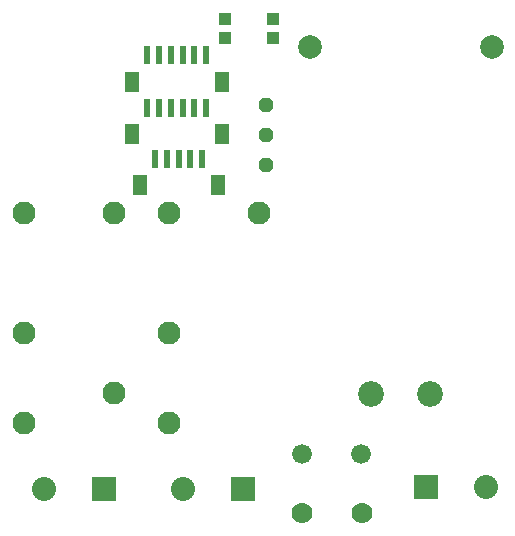
<source format=gts>
G75*
G70*
%OFA0B0*%
%FSLAX24Y24*%
%IPPOS*%
%LPD*%
%AMOC8*
5,1,8,0,0,1.08239X$1,22.5*
%
%ADD10C,0.0787*%
%ADD11C,0.0860*%
%ADD12C,0.0660*%
%ADD13C,0.0700*%
%ADD14C,0.0768*%
%ADD15OC8,0.0480*%
%ADD16R,0.0800X0.0800*%
%ADD17C,0.0800*%
%ADD18R,0.0236X0.0610*%
%ADD19R,0.0472X0.0709*%
%ADD20R,0.0394X0.0394*%
D10*
X014728Y019233D03*
X020791Y019233D03*
D11*
X018744Y007658D03*
X016775Y007658D03*
D12*
X016444Y005646D03*
X014475Y005646D03*
D13*
X014480Y003696D03*
X016480Y003696D03*
D14*
X010050Y006696D03*
X008200Y007696D03*
X010050Y009696D03*
X010050Y013696D03*
X008200Y013696D03*
X005200Y013696D03*
X005200Y009696D03*
X005200Y006696D03*
X013050Y013696D03*
D15*
X013260Y015296D03*
X013260Y016296D03*
X013260Y017296D03*
D16*
X012510Y004496D03*
X007860Y004496D03*
X018610Y004546D03*
D17*
X005860Y004496D03*
X010510Y004496D03*
X020610Y004546D03*
D18*
X011147Y015496D03*
X010753Y015496D03*
X010360Y015496D03*
X009966Y015496D03*
X009572Y015496D03*
X009703Y017196D03*
X010097Y017196D03*
X010491Y017196D03*
X010884Y017196D03*
X011278Y017196D03*
X011278Y018946D03*
X010884Y018946D03*
X010491Y018946D03*
X010097Y018946D03*
X009703Y018946D03*
X009310Y018946D03*
X009310Y017196D03*
D19*
X008798Y018070D03*
X008798Y016320D03*
X009060Y014620D03*
X011659Y014620D03*
X011790Y016320D03*
X011790Y018070D03*
D20*
X011922Y019531D03*
X011922Y020161D03*
X013497Y020161D03*
X013497Y019531D03*
M02*

</source>
